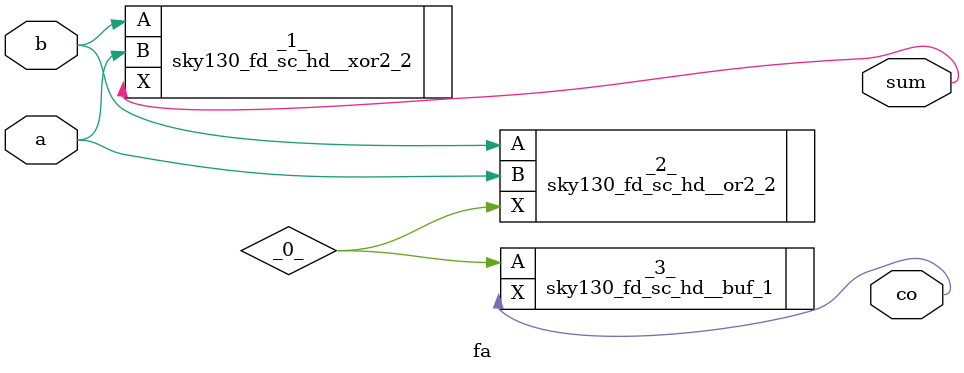
<source format=v>
/* Generated by Yosys 0.30+48 (git sha1 14d50a176d5, gcc 8.3.1 -fPIC -Os) */

module fa(a, b, sum, co);
  wire _0_;
  input a;
  wire a;
  input b;
  wire b;
  output co;
  wire co;
  output sum;
  wire sum;
  sky130_fd_sc_hd__xor2_2 _1_ (
    .A(b),
    .B(a),
    .X(sum)
  );
  sky130_fd_sc_hd__or2_2 _2_ (
    .A(b),
    .B(a),
    .X(_0_)
  );
  sky130_fd_sc_hd__buf_1 _3_ (
    .A(_0_),
    .X(co)
  );
endmodule

</source>
